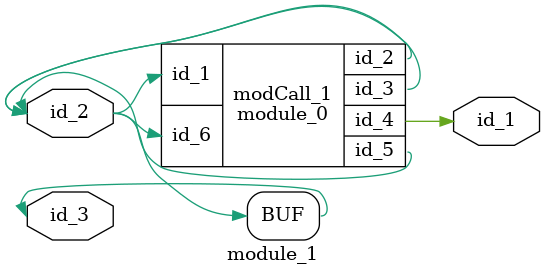
<source format=v>
module module_0 (
    id_1,
    id_2,
    id_3,
    id_4,
    id_5,
    id_6
);
  input wire id_6;
  inout wire id_5;
  output wire id_4;
  output wire id_3;
  inout wire id_2;
  input wire id_1;
  wire id_7;
  wire id_8, id_9, id_10, id_11, id_12, id_13, id_14, id_15, id_16, id_17, id_18;
endmodule
module module_1 (
    id_1,
    id_2,
    id_3
);
  inout wire id_3;
  inout wire id_2;
  output wire id_1;
  assign id_2 = id_3;
  module_0 modCall_1 (
      id_3,
      id_2,
      id_2,
      id_1,
      id_3,
      id_2
  );
endmodule

</source>
